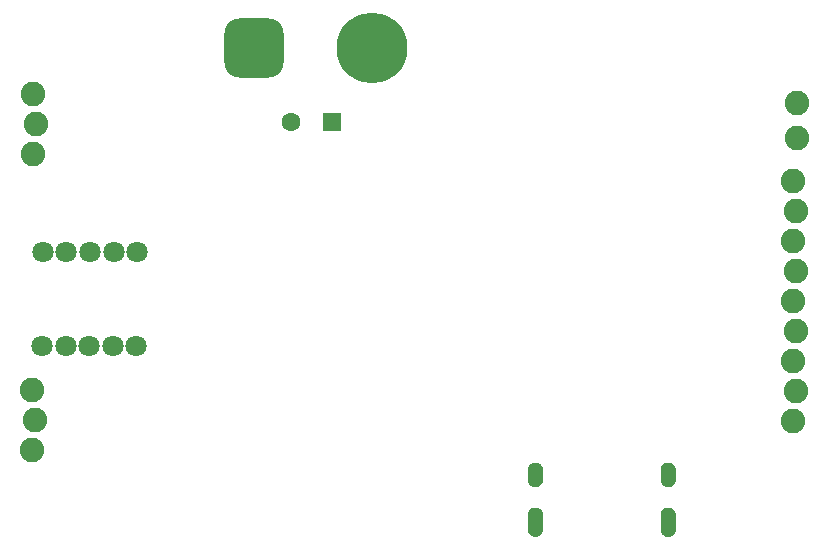
<source format=gbr>
%TF.GenerationSoftware,KiCad,Pcbnew,7.0.2*%
%TF.CreationDate,2023-05-16T16:20:19-04:00*%
%TF.ProjectId,mini_motor_go,6d696e69-5f6d-46f7-946f-725f676f2e6b,rev?*%
%TF.SameCoordinates,Original*%
%TF.FileFunction,Soldermask,Bot*%
%TF.FilePolarity,Negative*%
%FSLAX46Y46*%
G04 Gerber Fmt 4.6, Leading zero omitted, Abs format (unit mm)*
G04 Created by KiCad (PCBNEW 7.0.2) date 2023-05-16 16:20:19*
%MOMM*%
%LPD*%
G01*
G04 APERTURE LIST*
G04 Aperture macros list*
%AMRoundRect*
0 Rectangle with rounded corners*
0 $1 Rounding radius*
0 $2 $3 $4 $5 $6 $7 $8 $9 X,Y pos of 4 corners*
0 Add a 4 corners polygon primitive as box body*
4,1,4,$2,$3,$4,$5,$6,$7,$8,$9,$2,$3,0*
0 Add four circle primitives for the rounded corners*
1,1,$1+$1,$2,$3*
1,1,$1+$1,$4,$5*
1,1,$1+$1,$6,$7*
1,1,$1+$1,$8,$9*
0 Add four rect primitives between the rounded corners*
20,1,$1+$1,$2,$3,$4,$5,0*
20,1,$1+$1,$4,$5,$6,$7,0*
20,1,$1+$1,$6,$7,$8,$9,0*
20,1,$1+$1,$8,$9,$2,$3,0*%
G04 Aperture macros list end*
%ADD10C,0.010000*%
%ADD11C,1.800860*%
%ADD12C,2.082800*%
%ADD13R,1.600000X1.600000*%
%ADD14C,1.600000*%
%ADD15C,6.000000*%
%ADD16RoundRect,1.250000X1.250000X1.250000X-1.250000X1.250000X-1.250000X-1.250000X1.250000X-1.250000X0*%
G04 APERTURE END LIST*
%TO.C,J11*%
D10*
X158781000Y-89921000D02*
X158813000Y-89923000D01*
X158844000Y-89927000D01*
X158875000Y-89933000D01*
X158905000Y-89940000D01*
X158935000Y-89949000D01*
X158965000Y-89960000D01*
X158994000Y-89972000D01*
X159022000Y-89985000D01*
X159050000Y-90000000D01*
X159077000Y-90017000D01*
X159103000Y-90035000D01*
X159128000Y-90054000D01*
X159151000Y-90074000D01*
X159174000Y-90096000D01*
X159196000Y-90119000D01*
X159216000Y-90142000D01*
X159235000Y-90167000D01*
X159253000Y-90193000D01*
X159270000Y-90220000D01*
X159285000Y-90248000D01*
X159298000Y-90276000D01*
X159310000Y-90305000D01*
X159321000Y-90335000D01*
X159330000Y-90365000D01*
X159337000Y-90395000D01*
X159343000Y-90426000D01*
X159347000Y-90457000D01*
X159349000Y-90489000D01*
X159350000Y-90520000D01*
X159350000Y-91320000D01*
X159349000Y-91351000D01*
X159347000Y-91383000D01*
X159343000Y-91414000D01*
X159337000Y-91445000D01*
X159330000Y-91475000D01*
X159321000Y-91505000D01*
X159310000Y-91535000D01*
X159298000Y-91564000D01*
X159285000Y-91592000D01*
X159270000Y-91620000D01*
X159253000Y-91647000D01*
X159235000Y-91673000D01*
X159216000Y-91698000D01*
X159196000Y-91721000D01*
X159174000Y-91744000D01*
X159151000Y-91766000D01*
X159128000Y-91786000D01*
X159103000Y-91805000D01*
X159077000Y-91823000D01*
X159050000Y-91840000D01*
X159022000Y-91855000D01*
X158994000Y-91868000D01*
X158965000Y-91880000D01*
X158935000Y-91891000D01*
X158905000Y-91900000D01*
X158875000Y-91907000D01*
X158844000Y-91913000D01*
X158813000Y-91917000D01*
X158781000Y-91919000D01*
X158750000Y-91920000D01*
X158719000Y-91919000D01*
X158687000Y-91917000D01*
X158656000Y-91913000D01*
X158625000Y-91907000D01*
X158595000Y-91900000D01*
X158565000Y-91891000D01*
X158535000Y-91880000D01*
X158506000Y-91868000D01*
X158478000Y-91855000D01*
X158450000Y-91840000D01*
X158423000Y-91823000D01*
X158397000Y-91805000D01*
X158372000Y-91786000D01*
X158349000Y-91766000D01*
X158326000Y-91744000D01*
X158304000Y-91721000D01*
X158284000Y-91698000D01*
X158265000Y-91673000D01*
X158247000Y-91647000D01*
X158230000Y-91620000D01*
X158215000Y-91592000D01*
X158202000Y-91564000D01*
X158190000Y-91535000D01*
X158179000Y-91505000D01*
X158170000Y-91475000D01*
X158163000Y-91445000D01*
X158157000Y-91414000D01*
X158153000Y-91383000D01*
X158151000Y-91351000D01*
X158150000Y-91320000D01*
X158150000Y-90520000D01*
X158151000Y-90489000D01*
X158153000Y-90457000D01*
X158157000Y-90426000D01*
X158163000Y-90395000D01*
X158170000Y-90365000D01*
X158179000Y-90335000D01*
X158190000Y-90305000D01*
X158202000Y-90276000D01*
X158215000Y-90248000D01*
X158230000Y-90220000D01*
X158247000Y-90193000D01*
X158265000Y-90167000D01*
X158284000Y-90142000D01*
X158304000Y-90119000D01*
X158326000Y-90096000D01*
X158349000Y-90074000D01*
X158372000Y-90054000D01*
X158397000Y-90035000D01*
X158423000Y-90017000D01*
X158450000Y-90000000D01*
X158478000Y-89985000D01*
X158506000Y-89972000D01*
X158535000Y-89960000D01*
X158565000Y-89949000D01*
X158595000Y-89940000D01*
X158625000Y-89933000D01*
X158656000Y-89927000D01*
X158687000Y-89923000D01*
X158719000Y-89921000D01*
X158750000Y-89920000D01*
X158781000Y-89921000D01*
G36*
X158781000Y-89921000D02*
G01*
X158813000Y-89923000D01*
X158844000Y-89927000D01*
X158875000Y-89933000D01*
X158905000Y-89940000D01*
X158935000Y-89949000D01*
X158965000Y-89960000D01*
X158994000Y-89972000D01*
X159022000Y-89985000D01*
X159050000Y-90000000D01*
X159077000Y-90017000D01*
X159103000Y-90035000D01*
X159128000Y-90054000D01*
X159151000Y-90074000D01*
X159174000Y-90096000D01*
X159196000Y-90119000D01*
X159216000Y-90142000D01*
X159235000Y-90167000D01*
X159253000Y-90193000D01*
X159270000Y-90220000D01*
X159285000Y-90248000D01*
X159298000Y-90276000D01*
X159310000Y-90305000D01*
X159321000Y-90335000D01*
X159330000Y-90365000D01*
X159337000Y-90395000D01*
X159343000Y-90426000D01*
X159347000Y-90457000D01*
X159349000Y-90489000D01*
X159350000Y-90520000D01*
X159350000Y-91320000D01*
X159349000Y-91351000D01*
X159347000Y-91383000D01*
X159343000Y-91414000D01*
X159337000Y-91445000D01*
X159330000Y-91475000D01*
X159321000Y-91505000D01*
X159310000Y-91535000D01*
X159298000Y-91564000D01*
X159285000Y-91592000D01*
X159270000Y-91620000D01*
X159253000Y-91647000D01*
X159235000Y-91673000D01*
X159216000Y-91698000D01*
X159196000Y-91721000D01*
X159174000Y-91744000D01*
X159151000Y-91766000D01*
X159128000Y-91786000D01*
X159103000Y-91805000D01*
X159077000Y-91823000D01*
X159050000Y-91840000D01*
X159022000Y-91855000D01*
X158994000Y-91868000D01*
X158965000Y-91880000D01*
X158935000Y-91891000D01*
X158905000Y-91900000D01*
X158875000Y-91907000D01*
X158844000Y-91913000D01*
X158813000Y-91917000D01*
X158781000Y-91919000D01*
X158750000Y-91920000D01*
X158719000Y-91919000D01*
X158687000Y-91917000D01*
X158656000Y-91913000D01*
X158625000Y-91907000D01*
X158595000Y-91900000D01*
X158565000Y-91891000D01*
X158535000Y-91880000D01*
X158506000Y-91868000D01*
X158478000Y-91855000D01*
X158450000Y-91840000D01*
X158423000Y-91823000D01*
X158397000Y-91805000D01*
X158372000Y-91786000D01*
X158349000Y-91766000D01*
X158326000Y-91744000D01*
X158304000Y-91721000D01*
X158284000Y-91698000D01*
X158265000Y-91673000D01*
X158247000Y-91647000D01*
X158230000Y-91620000D01*
X158215000Y-91592000D01*
X158202000Y-91564000D01*
X158190000Y-91535000D01*
X158179000Y-91505000D01*
X158170000Y-91475000D01*
X158163000Y-91445000D01*
X158157000Y-91414000D01*
X158153000Y-91383000D01*
X158151000Y-91351000D01*
X158150000Y-91320000D01*
X158150000Y-90520000D01*
X158151000Y-90489000D01*
X158153000Y-90457000D01*
X158157000Y-90426000D01*
X158163000Y-90395000D01*
X158170000Y-90365000D01*
X158179000Y-90335000D01*
X158190000Y-90305000D01*
X158202000Y-90276000D01*
X158215000Y-90248000D01*
X158230000Y-90220000D01*
X158247000Y-90193000D01*
X158265000Y-90167000D01*
X158284000Y-90142000D01*
X158304000Y-90119000D01*
X158326000Y-90096000D01*
X158349000Y-90074000D01*
X158372000Y-90054000D01*
X158397000Y-90035000D01*
X158423000Y-90017000D01*
X158450000Y-90000000D01*
X158478000Y-89985000D01*
X158506000Y-89972000D01*
X158535000Y-89960000D01*
X158565000Y-89949000D01*
X158595000Y-89940000D01*
X158625000Y-89933000D01*
X158656000Y-89927000D01*
X158687000Y-89923000D01*
X158719000Y-89921000D01*
X158750000Y-89920000D01*
X158781000Y-89921000D01*
G37*
X158781000Y-93721000D02*
X158813000Y-93723000D01*
X158844000Y-93727000D01*
X158875000Y-93733000D01*
X158905000Y-93740000D01*
X158935000Y-93749000D01*
X158965000Y-93760000D01*
X158994000Y-93772000D01*
X159022000Y-93785000D01*
X159050000Y-93800000D01*
X159077000Y-93817000D01*
X159103000Y-93835000D01*
X159128000Y-93854000D01*
X159151000Y-93874000D01*
X159174000Y-93896000D01*
X159196000Y-93919000D01*
X159216000Y-93942000D01*
X159235000Y-93967000D01*
X159253000Y-93993000D01*
X159270000Y-94020000D01*
X159285000Y-94048000D01*
X159298000Y-94076000D01*
X159310000Y-94105000D01*
X159321000Y-94135000D01*
X159330000Y-94165000D01*
X159337000Y-94195000D01*
X159343000Y-94226000D01*
X159347000Y-94257000D01*
X159349000Y-94289000D01*
X159350000Y-94320000D01*
X159350000Y-95520000D01*
X159349000Y-95551000D01*
X159347000Y-95583000D01*
X159343000Y-95614000D01*
X159337000Y-95645000D01*
X159330000Y-95675000D01*
X159321000Y-95705000D01*
X159310000Y-95735000D01*
X159298000Y-95764000D01*
X159285000Y-95792000D01*
X159270000Y-95820000D01*
X159253000Y-95847000D01*
X159235000Y-95873000D01*
X159216000Y-95898000D01*
X159196000Y-95921000D01*
X159174000Y-95944000D01*
X159151000Y-95966000D01*
X159128000Y-95986000D01*
X159103000Y-96005000D01*
X159077000Y-96023000D01*
X159050000Y-96040000D01*
X159022000Y-96055000D01*
X158994000Y-96068000D01*
X158965000Y-96080000D01*
X158935000Y-96091000D01*
X158905000Y-96100000D01*
X158875000Y-96107000D01*
X158844000Y-96113000D01*
X158813000Y-96117000D01*
X158781000Y-96119000D01*
X158750000Y-96120000D01*
X158719000Y-96119000D01*
X158687000Y-96117000D01*
X158656000Y-96113000D01*
X158625000Y-96107000D01*
X158595000Y-96100000D01*
X158565000Y-96091000D01*
X158535000Y-96080000D01*
X158506000Y-96068000D01*
X158478000Y-96055000D01*
X158450000Y-96040000D01*
X158423000Y-96023000D01*
X158397000Y-96005000D01*
X158372000Y-95986000D01*
X158349000Y-95966000D01*
X158326000Y-95944000D01*
X158304000Y-95921000D01*
X158284000Y-95898000D01*
X158265000Y-95873000D01*
X158247000Y-95847000D01*
X158230000Y-95820000D01*
X158215000Y-95792000D01*
X158202000Y-95764000D01*
X158190000Y-95735000D01*
X158179000Y-95705000D01*
X158170000Y-95675000D01*
X158163000Y-95645000D01*
X158157000Y-95614000D01*
X158153000Y-95583000D01*
X158151000Y-95551000D01*
X158150000Y-95520000D01*
X158150000Y-94320000D01*
X158151000Y-94289000D01*
X158153000Y-94257000D01*
X158157000Y-94226000D01*
X158163000Y-94195000D01*
X158170000Y-94165000D01*
X158179000Y-94135000D01*
X158190000Y-94105000D01*
X158202000Y-94076000D01*
X158215000Y-94048000D01*
X158230000Y-94020000D01*
X158247000Y-93993000D01*
X158265000Y-93967000D01*
X158284000Y-93942000D01*
X158304000Y-93919000D01*
X158326000Y-93896000D01*
X158349000Y-93874000D01*
X158372000Y-93854000D01*
X158397000Y-93835000D01*
X158423000Y-93817000D01*
X158450000Y-93800000D01*
X158478000Y-93785000D01*
X158506000Y-93772000D01*
X158535000Y-93760000D01*
X158565000Y-93749000D01*
X158595000Y-93740000D01*
X158625000Y-93733000D01*
X158656000Y-93727000D01*
X158687000Y-93723000D01*
X158719000Y-93721000D01*
X158750000Y-93720000D01*
X158781000Y-93721000D01*
G36*
X158781000Y-93721000D02*
G01*
X158813000Y-93723000D01*
X158844000Y-93727000D01*
X158875000Y-93733000D01*
X158905000Y-93740000D01*
X158935000Y-93749000D01*
X158965000Y-93760000D01*
X158994000Y-93772000D01*
X159022000Y-93785000D01*
X159050000Y-93800000D01*
X159077000Y-93817000D01*
X159103000Y-93835000D01*
X159128000Y-93854000D01*
X159151000Y-93874000D01*
X159174000Y-93896000D01*
X159196000Y-93919000D01*
X159216000Y-93942000D01*
X159235000Y-93967000D01*
X159253000Y-93993000D01*
X159270000Y-94020000D01*
X159285000Y-94048000D01*
X159298000Y-94076000D01*
X159310000Y-94105000D01*
X159321000Y-94135000D01*
X159330000Y-94165000D01*
X159337000Y-94195000D01*
X159343000Y-94226000D01*
X159347000Y-94257000D01*
X159349000Y-94289000D01*
X159350000Y-94320000D01*
X159350000Y-95520000D01*
X159349000Y-95551000D01*
X159347000Y-95583000D01*
X159343000Y-95614000D01*
X159337000Y-95645000D01*
X159330000Y-95675000D01*
X159321000Y-95705000D01*
X159310000Y-95735000D01*
X159298000Y-95764000D01*
X159285000Y-95792000D01*
X159270000Y-95820000D01*
X159253000Y-95847000D01*
X159235000Y-95873000D01*
X159216000Y-95898000D01*
X159196000Y-95921000D01*
X159174000Y-95944000D01*
X159151000Y-95966000D01*
X159128000Y-95986000D01*
X159103000Y-96005000D01*
X159077000Y-96023000D01*
X159050000Y-96040000D01*
X159022000Y-96055000D01*
X158994000Y-96068000D01*
X158965000Y-96080000D01*
X158935000Y-96091000D01*
X158905000Y-96100000D01*
X158875000Y-96107000D01*
X158844000Y-96113000D01*
X158813000Y-96117000D01*
X158781000Y-96119000D01*
X158750000Y-96120000D01*
X158719000Y-96119000D01*
X158687000Y-96117000D01*
X158656000Y-96113000D01*
X158625000Y-96107000D01*
X158595000Y-96100000D01*
X158565000Y-96091000D01*
X158535000Y-96080000D01*
X158506000Y-96068000D01*
X158478000Y-96055000D01*
X158450000Y-96040000D01*
X158423000Y-96023000D01*
X158397000Y-96005000D01*
X158372000Y-95986000D01*
X158349000Y-95966000D01*
X158326000Y-95944000D01*
X158304000Y-95921000D01*
X158284000Y-95898000D01*
X158265000Y-95873000D01*
X158247000Y-95847000D01*
X158230000Y-95820000D01*
X158215000Y-95792000D01*
X158202000Y-95764000D01*
X158190000Y-95735000D01*
X158179000Y-95705000D01*
X158170000Y-95675000D01*
X158163000Y-95645000D01*
X158157000Y-95614000D01*
X158153000Y-95583000D01*
X158151000Y-95551000D01*
X158150000Y-95520000D01*
X158150000Y-94320000D01*
X158151000Y-94289000D01*
X158153000Y-94257000D01*
X158157000Y-94226000D01*
X158163000Y-94195000D01*
X158170000Y-94165000D01*
X158179000Y-94135000D01*
X158190000Y-94105000D01*
X158202000Y-94076000D01*
X158215000Y-94048000D01*
X158230000Y-94020000D01*
X158247000Y-93993000D01*
X158265000Y-93967000D01*
X158284000Y-93942000D01*
X158304000Y-93919000D01*
X158326000Y-93896000D01*
X158349000Y-93874000D01*
X158372000Y-93854000D01*
X158397000Y-93835000D01*
X158423000Y-93817000D01*
X158450000Y-93800000D01*
X158478000Y-93785000D01*
X158506000Y-93772000D01*
X158535000Y-93760000D01*
X158565000Y-93749000D01*
X158595000Y-93740000D01*
X158625000Y-93733000D01*
X158656000Y-93727000D01*
X158687000Y-93723000D01*
X158719000Y-93721000D01*
X158750000Y-93720000D01*
X158781000Y-93721000D01*
G37*
X170021000Y-89921000D02*
X170053000Y-89923000D01*
X170084000Y-89927000D01*
X170115000Y-89933000D01*
X170145000Y-89940000D01*
X170175000Y-89949000D01*
X170205000Y-89960000D01*
X170234000Y-89972000D01*
X170262000Y-89985000D01*
X170290000Y-90000000D01*
X170317000Y-90017000D01*
X170343000Y-90035000D01*
X170368000Y-90054000D01*
X170391000Y-90074000D01*
X170414000Y-90096000D01*
X170436000Y-90119000D01*
X170456000Y-90142000D01*
X170475000Y-90167000D01*
X170493000Y-90193000D01*
X170510000Y-90220000D01*
X170525000Y-90248000D01*
X170538000Y-90276000D01*
X170550000Y-90305000D01*
X170561000Y-90335000D01*
X170570000Y-90365000D01*
X170577000Y-90395000D01*
X170583000Y-90426000D01*
X170587000Y-90457000D01*
X170589000Y-90489000D01*
X170590000Y-90520000D01*
X170590000Y-91320000D01*
X170589000Y-91351000D01*
X170587000Y-91383000D01*
X170583000Y-91414000D01*
X170577000Y-91445000D01*
X170570000Y-91475000D01*
X170561000Y-91505000D01*
X170550000Y-91535000D01*
X170538000Y-91564000D01*
X170525000Y-91592000D01*
X170510000Y-91620000D01*
X170493000Y-91647000D01*
X170475000Y-91673000D01*
X170456000Y-91698000D01*
X170436000Y-91721000D01*
X170414000Y-91744000D01*
X170391000Y-91766000D01*
X170368000Y-91786000D01*
X170343000Y-91805000D01*
X170317000Y-91823000D01*
X170290000Y-91840000D01*
X170262000Y-91855000D01*
X170234000Y-91868000D01*
X170205000Y-91880000D01*
X170175000Y-91891000D01*
X170145000Y-91900000D01*
X170115000Y-91907000D01*
X170084000Y-91913000D01*
X170053000Y-91917000D01*
X170021000Y-91919000D01*
X169990000Y-91920000D01*
X169959000Y-91919000D01*
X169927000Y-91917000D01*
X169896000Y-91913000D01*
X169865000Y-91907000D01*
X169835000Y-91900000D01*
X169805000Y-91891000D01*
X169775000Y-91880000D01*
X169746000Y-91868000D01*
X169718000Y-91855000D01*
X169690000Y-91840000D01*
X169663000Y-91823000D01*
X169637000Y-91805000D01*
X169612000Y-91786000D01*
X169589000Y-91766000D01*
X169566000Y-91744000D01*
X169544000Y-91721000D01*
X169524000Y-91698000D01*
X169505000Y-91673000D01*
X169487000Y-91647000D01*
X169470000Y-91620000D01*
X169455000Y-91592000D01*
X169442000Y-91564000D01*
X169430000Y-91535000D01*
X169419000Y-91505000D01*
X169410000Y-91475000D01*
X169403000Y-91445000D01*
X169397000Y-91414000D01*
X169393000Y-91383000D01*
X169391000Y-91351000D01*
X169390000Y-91320000D01*
X169390000Y-90520000D01*
X169391000Y-90489000D01*
X169393000Y-90457000D01*
X169397000Y-90426000D01*
X169403000Y-90395000D01*
X169410000Y-90365000D01*
X169419000Y-90335000D01*
X169430000Y-90305000D01*
X169442000Y-90276000D01*
X169455000Y-90248000D01*
X169470000Y-90220000D01*
X169487000Y-90193000D01*
X169505000Y-90167000D01*
X169524000Y-90142000D01*
X169544000Y-90119000D01*
X169566000Y-90096000D01*
X169589000Y-90074000D01*
X169612000Y-90054000D01*
X169637000Y-90035000D01*
X169663000Y-90017000D01*
X169690000Y-90000000D01*
X169718000Y-89985000D01*
X169746000Y-89972000D01*
X169775000Y-89960000D01*
X169805000Y-89949000D01*
X169835000Y-89940000D01*
X169865000Y-89933000D01*
X169896000Y-89927000D01*
X169927000Y-89923000D01*
X169959000Y-89921000D01*
X169990000Y-89920000D01*
X170021000Y-89921000D01*
G36*
X170021000Y-89921000D02*
G01*
X170053000Y-89923000D01*
X170084000Y-89927000D01*
X170115000Y-89933000D01*
X170145000Y-89940000D01*
X170175000Y-89949000D01*
X170205000Y-89960000D01*
X170234000Y-89972000D01*
X170262000Y-89985000D01*
X170290000Y-90000000D01*
X170317000Y-90017000D01*
X170343000Y-90035000D01*
X170368000Y-90054000D01*
X170391000Y-90074000D01*
X170414000Y-90096000D01*
X170436000Y-90119000D01*
X170456000Y-90142000D01*
X170475000Y-90167000D01*
X170493000Y-90193000D01*
X170510000Y-90220000D01*
X170525000Y-90248000D01*
X170538000Y-90276000D01*
X170550000Y-90305000D01*
X170561000Y-90335000D01*
X170570000Y-90365000D01*
X170577000Y-90395000D01*
X170583000Y-90426000D01*
X170587000Y-90457000D01*
X170589000Y-90489000D01*
X170590000Y-90520000D01*
X170590000Y-91320000D01*
X170589000Y-91351000D01*
X170587000Y-91383000D01*
X170583000Y-91414000D01*
X170577000Y-91445000D01*
X170570000Y-91475000D01*
X170561000Y-91505000D01*
X170550000Y-91535000D01*
X170538000Y-91564000D01*
X170525000Y-91592000D01*
X170510000Y-91620000D01*
X170493000Y-91647000D01*
X170475000Y-91673000D01*
X170456000Y-91698000D01*
X170436000Y-91721000D01*
X170414000Y-91744000D01*
X170391000Y-91766000D01*
X170368000Y-91786000D01*
X170343000Y-91805000D01*
X170317000Y-91823000D01*
X170290000Y-91840000D01*
X170262000Y-91855000D01*
X170234000Y-91868000D01*
X170205000Y-91880000D01*
X170175000Y-91891000D01*
X170145000Y-91900000D01*
X170115000Y-91907000D01*
X170084000Y-91913000D01*
X170053000Y-91917000D01*
X170021000Y-91919000D01*
X169990000Y-91920000D01*
X169959000Y-91919000D01*
X169927000Y-91917000D01*
X169896000Y-91913000D01*
X169865000Y-91907000D01*
X169835000Y-91900000D01*
X169805000Y-91891000D01*
X169775000Y-91880000D01*
X169746000Y-91868000D01*
X169718000Y-91855000D01*
X169690000Y-91840000D01*
X169663000Y-91823000D01*
X169637000Y-91805000D01*
X169612000Y-91786000D01*
X169589000Y-91766000D01*
X169566000Y-91744000D01*
X169544000Y-91721000D01*
X169524000Y-91698000D01*
X169505000Y-91673000D01*
X169487000Y-91647000D01*
X169470000Y-91620000D01*
X169455000Y-91592000D01*
X169442000Y-91564000D01*
X169430000Y-91535000D01*
X169419000Y-91505000D01*
X169410000Y-91475000D01*
X169403000Y-91445000D01*
X169397000Y-91414000D01*
X169393000Y-91383000D01*
X169391000Y-91351000D01*
X169390000Y-91320000D01*
X169390000Y-90520000D01*
X169391000Y-90489000D01*
X169393000Y-90457000D01*
X169397000Y-90426000D01*
X169403000Y-90395000D01*
X169410000Y-90365000D01*
X169419000Y-90335000D01*
X169430000Y-90305000D01*
X169442000Y-90276000D01*
X169455000Y-90248000D01*
X169470000Y-90220000D01*
X169487000Y-90193000D01*
X169505000Y-90167000D01*
X169524000Y-90142000D01*
X169544000Y-90119000D01*
X169566000Y-90096000D01*
X169589000Y-90074000D01*
X169612000Y-90054000D01*
X169637000Y-90035000D01*
X169663000Y-90017000D01*
X169690000Y-90000000D01*
X169718000Y-89985000D01*
X169746000Y-89972000D01*
X169775000Y-89960000D01*
X169805000Y-89949000D01*
X169835000Y-89940000D01*
X169865000Y-89933000D01*
X169896000Y-89927000D01*
X169927000Y-89923000D01*
X169959000Y-89921000D01*
X169990000Y-89920000D01*
X170021000Y-89921000D01*
G37*
X170021000Y-93721000D02*
X170053000Y-93723000D01*
X170084000Y-93727000D01*
X170115000Y-93733000D01*
X170145000Y-93740000D01*
X170175000Y-93749000D01*
X170205000Y-93760000D01*
X170234000Y-93772000D01*
X170262000Y-93785000D01*
X170290000Y-93800000D01*
X170317000Y-93817000D01*
X170343000Y-93835000D01*
X170368000Y-93854000D01*
X170391000Y-93874000D01*
X170414000Y-93896000D01*
X170436000Y-93919000D01*
X170456000Y-93942000D01*
X170475000Y-93967000D01*
X170493000Y-93993000D01*
X170510000Y-94020000D01*
X170525000Y-94048000D01*
X170538000Y-94076000D01*
X170550000Y-94105000D01*
X170561000Y-94135000D01*
X170570000Y-94165000D01*
X170577000Y-94195000D01*
X170583000Y-94226000D01*
X170587000Y-94257000D01*
X170589000Y-94289000D01*
X170590000Y-94320000D01*
X170590000Y-95520000D01*
X170589000Y-95551000D01*
X170587000Y-95583000D01*
X170583000Y-95614000D01*
X170577000Y-95645000D01*
X170570000Y-95675000D01*
X170561000Y-95705000D01*
X170550000Y-95735000D01*
X170538000Y-95764000D01*
X170525000Y-95792000D01*
X170510000Y-95820000D01*
X170493000Y-95847000D01*
X170475000Y-95873000D01*
X170456000Y-95898000D01*
X170436000Y-95921000D01*
X170414000Y-95944000D01*
X170391000Y-95966000D01*
X170368000Y-95986000D01*
X170343000Y-96005000D01*
X170317000Y-96023000D01*
X170290000Y-96040000D01*
X170262000Y-96055000D01*
X170234000Y-96068000D01*
X170205000Y-96080000D01*
X170175000Y-96091000D01*
X170145000Y-96100000D01*
X170115000Y-96107000D01*
X170084000Y-96113000D01*
X170053000Y-96117000D01*
X170021000Y-96119000D01*
X169990000Y-96120000D01*
X169959000Y-96119000D01*
X169927000Y-96117000D01*
X169896000Y-96113000D01*
X169865000Y-96107000D01*
X169835000Y-96100000D01*
X169805000Y-96091000D01*
X169775000Y-96080000D01*
X169746000Y-96068000D01*
X169718000Y-96055000D01*
X169690000Y-96040000D01*
X169663000Y-96023000D01*
X169637000Y-96005000D01*
X169612000Y-95986000D01*
X169589000Y-95966000D01*
X169566000Y-95944000D01*
X169544000Y-95921000D01*
X169524000Y-95898000D01*
X169505000Y-95873000D01*
X169487000Y-95847000D01*
X169470000Y-95820000D01*
X169455000Y-95792000D01*
X169442000Y-95764000D01*
X169430000Y-95735000D01*
X169419000Y-95705000D01*
X169410000Y-95675000D01*
X169403000Y-95645000D01*
X169397000Y-95614000D01*
X169393000Y-95583000D01*
X169391000Y-95551000D01*
X169390000Y-95520000D01*
X169390000Y-94320000D01*
X169391000Y-94289000D01*
X169393000Y-94257000D01*
X169397000Y-94226000D01*
X169403000Y-94195000D01*
X169410000Y-94165000D01*
X169419000Y-94135000D01*
X169430000Y-94105000D01*
X169442000Y-94076000D01*
X169455000Y-94048000D01*
X169470000Y-94020000D01*
X169487000Y-93993000D01*
X169505000Y-93967000D01*
X169524000Y-93942000D01*
X169544000Y-93919000D01*
X169566000Y-93896000D01*
X169589000Y-93874000D01*
X169612000Y-93854000D01*
X169637000Y-93835000D01*
X169663000Y-93817000D01*
X169690000Y-93800000D01*
X169718000Y-93785000D01*
X169746000Y-93772000D01*
X169775000Y-93760000D01*
X169805000Y-93749000D01*
X169835000Y-93740000D01*
X169865000Y-93733000D01*
X169896000Y-93727000D01*
X169927000Y-93723000D01*
X169959000Y-93721000D01*
X169990000Y-93720000D01*
X170021000Y-93721000D01*
G36*
X170021000Y-93721000D02*
G01*
X170053000Y-93723000D01*
X170084000Y-93727000D01*
X170115000Y-93733000D01*
X170145000Y-93740000D01*
X170175000Y-93749000D01*
X170205000Y-93760000D01*
X170234000Y-93772000D01*
X170262000Y-93785000D01*
X170290000Y-93800000D01*
X170317000Y-93817000D01*
X170343000Y-93835000D01*
X170368000Y-93854000D01*
X170391000Y-93874000D01*
X170414000Y-93896000D01*
X170436000Y-93919000D01*
X170456000Y-93942000D01*
X170475000Y-93967000D01*
X170493000Y-93993000D01*
X170510000Y-94020000D01*
X170525000Y-94048000D01*
X170538000Y-94076000D01*
X170550000Y-94105000D01*
X170561000Y-94135000D01*
X170570000Y-94165000D01*
X170577000Y-94195000D01*
X170583000Y-94226000D01*
X170587000Y-94257000D01*
X170589000Y-94289000D01*
X170590000Y-94320000D01*
X170590000Y-95520000D01*
X170589000Y-95551000D01*
X170587000Y-95583000D01*
X170583000Y-95614000D01*
X170577000Y-95645000D01*
X170570000Y-95675000D01*
X170561000Y-95705000D01*
X170550000Y-95735000D01*
X170538000Y-95764000D01*
X170525000Y-95792000D01*
X170510000Y-95820000D01*
X170493000Y-95847000D01*
X170475000Y-95873000D01*
X170456000Y-95898000D01*
X170436000Y-95921000D01*
X170414000Y-95944000D01*
X170391000Y-95966000D01*
X170368000Y-95986000D01*
X170343000Y-96005000D01*
X170317000Y-96023000D01*
X170290000Y-96040000D01*
X170262000Y-96055000D01*
X170234000Y-96068000D01*
X170205000Y-96080000D01*
X170175000Y-96091000D01*
X170145000Y-96100000D01*
X170115000Y-96107000D01*
X170084000Y-96113000D01*
X170053000Y-96117000D01*
X170021000Y-96119000D01*
X169990000Y-96120000D01*
X169959000Y-96119000D01*
X169927000Y-96117000D01*
X169896000Y-96113000D01*
X169865000Y-96107000D01*
X169835000Y-96100000D01*
X169805000Y-96091000D01*
X169775000Y-96080000D01*
X169746000Y-96068000D01*
X169718000Y-96055000D01*
X169690000Y-96040000D01*
X169663000Y-96023000D01*
X169637000Y-96005000D01*
X169612000Y-95986000D01*
X169589000Y-95966000D01*
X169566000Y-95944000D01*
X169544000Y-95921000D01*
X169524000Y-95898000D01*
X169505000Y-95873000D01*
X169487000Y-95847000D01*
X169470000Y-95820000D01*
X169455000Y-95792000D01*
X169442000Y-95764000D01*
X169430000Y-95735000D01*
X169419000Y-95705000D01*
X169410000Y-95675000D01*
X169403000Y-95645000D01*
X169397000Y-95614000D01*
X169393000Y-95583000D01*
X169391000Y-95551000D01*
X169390000Y-95520000D01*
X169390000Y-94320000D01*
X169391000Y-94289000D01*
X169393000Y-94257000D01*
X169397000Y-94226000D01*
X169403000Y-94195000D01*
X169410000Y-94165000D01*
X169419000Y-94135000D01*
X169430000Y-94105000D01*
X169442000Y-94076000D01*
X169455000Y-94048000D01*
X169470000Y-94020000D01*
X169487000Y-93993000D01*
X169505000Y-93967000D01*
X169524000Y-93942000D01*
X169544000Y-93919000D01*
X169566000Y-93896000D01*
X169589000Y-93874000D01*
X169612000Y-93854000D01*
X169637000Y-93835000D01*
X169663000Y-93817000D01*
X169690000Y-93800000D01*
X169718000Y-93785000D01*
X169746000Y-93772000D01*
X169775000Y-93760000D01*
X169805000Y-93749000D01*
X169835000Y-93740000D01*
X169865000Y-93733000D01*
X169896000Y-93727000D01*
X169927000Y-93723000D01*
X169959000Y-93721000D01*
X169990000Y-93720000D01*
X170021000Y-93721000D01*
G37*
%TD*%
D11*
%TO.C,J4*%
X117019000Y-80010000D03*
X119017980Y-80010000D03*
X121016960Y-80010000D03*
X123015940Y-80010000D03*
X125014920Y-80010000D03*
%TD*%
D12*
%TO.C,J2*%
X116174213Y-88862054D03*
X116428213Y-86322054D03*
X116174213Y-83782054D03*
%TD*%
%TO.C,J10*%
X180975000Y-62407800D03*
X180975000Y-59512200D03*
%TD*%
D13*
%TO.C,C10*%
X141585605Y-61085748D03*
D14*
X138085605Y-61085748D03*
%TD*%
D11*
%TO.C,J3*%
X117085040Y-72050910D03*
X119084020Y-72050910D03*
X121083000Y-72050910D03*
X123081980Y-72050910D03*
X125080960Y-72050910D03*
%TD*%
D12*
%TO.C,J1*%
X116257000Y-63754000D03*
X116511000Y-61214000D03*
X116257000Y-58674000D03*
%TD*%
%TO.C,J9*%
X180594000Y-86360000D03*
X180848000Y-83820000D03*
X180594000Y-81280000D03*
X180848000Y-78740000D03*
X180594000Y-76200000D03*
X180848000Y-73660000D03*
X180594000Y-71120000D03*
X180848000Y-68580000D03*
X180594000Y-66040000D03*
%TD*%
D15*
%TO.C,J8*%
X144924420Y-54825621D03*
D16*
X134924420Y-54825621D03*
%TD*%
M02*

</source>
